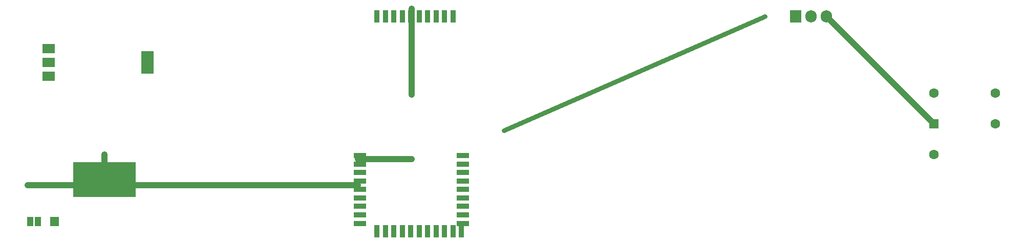
<source format=gtl>
G04 #@! TF.GenerationSoftware,KiCad,Pcbnew,7.0.9*
G04 #@! TF.CreationDate,2025-08-18T12:00:00-05:00*
G04 #@! TF.ProjectId,ESP32_IoT_Switch,4553503332-5F496F545F5377697463682E,rev?*
G04 #@! TF.SameCoordinates,Original*
G04 #@! TF.FileFunction,Copper,L1,Top*
G04 #@! TF.FilePolarity,Positive*
%FSLAX36Y36*%
G04 Gerber Fmt 3.6, Leading zero omitted, Abs format (unit mm)*
G04 Created by KiCad (PCBNEW 7.0.9) date 2025-08-18 12:00:00*
%MOMM*%
%LPD*%
G01*
G04 APERTURE LIST*
%ADD10R,2.000000X0.900000*%
%ADD11R,0.900000X2.000000*%
%ADD12R,1.020000X1.500000*%
%ADD13R,10.400000X5.840000*%
%ADD14R,2.000000X1.500000*%
%ADD15R,2.000000X3.800000*%
%ADD16R,1.905000X2.000000*%
%ADD17O,1.905000X2.000000*%
%ADD18R,1.600000X1.600000*%
%ADD19C,1.600000*%
%ADD20C,1.000000*%
%ADD21C,0.800000*%
%ADD22C,0.500000*%
G04 APERTURE END LIST*
G04 FOOTPRINT U1 START*
D10*
X118500000Y96340000D03*
X118500000Y94940000D03*
X118500000Y93540000D03*
X118500000Y92140000D03*
X118500000Y90740000D03*
X118500000Y89340000D03*
X118500000Y87940000D03*
X118500000Y86540000D03*
X118500000Y85140000D03*
D11*
X121285000Y83840000D03*
X122685000Y83840000D03*
X124085000Y83840000D03*
X125485000Y83840000D03*
X126885000Y83840000D03*
X128285000Y83840000D03*
X129685000Y83840000D03*
X131085000Y83840000D03*
X132485000Y83840000D03*
X133885000Y83840000D03*
X135285000Y83840000D03*
D10*
X135500000Y85140000D03*
X135500000Y86540000D03*
X135500000Y87940000D03*
X135500000Y89340000D03*
X135500000Y90740000D03*
X135500000Y92140000D03*
X135500000Y93540000D03*
X135500000Y94940000D03*
X135500000Y96340000D03*
D11*
X133885000Y119360000D03*
X132485000Y119360000D03*
X131085000Y119360000D03*
X129685000Y119360000D03*
X128285000Y119360000D03*
X126885000Y119360000D03*
X125485000Y119360000D03*
X124085000Y119360000D03*
X122685000Y119360000D03*
X121285000Y119360000D03*
G04 FOOTPRINT U1 END*
G04 FOOTPRINT U2 START*
D12*
X63960000Y85400000D03*
X65230000Y85400000D03*
X67770000Y85400000D03*
X68230000Y85400000D03*
D13*
X76200000Y92400000D03*
G04 FOOTPRINT U2 END*
G04 FOOTPRINT U3 START*
D14*
X67050000Y109460000D03*
X67050000Y111760000D03*
X67050000Y114060000D03*
D15*
X83350000Y111760000D03*
G04 FOOTPRINT U3 END*
G04 FOOTPRINT Q1 START*
D16*
X190500000Y119380000D03*
D17*
X193040000Y119380000D03*
X195580000Y119380000D03*
G04 FOOTPRINT Q1 END*
G04 FOOTPRINT K1 START*
D18*
X213360000Y101600000D03*
D19*
X213360000Y96520000D03*
X223520000Y101600000D03*
X213360000Y106680000D03*
X223520000Y106680000D03*
G04 FOOTPRINT K1 END*
G04 POWER TRACES*
D20*
X63500000Y91440000D02*
X88900000Y91440000D01*
X88900000Y91440000D02*
X118110000Y91440000D01*
X118110000Y95740000D02*
X127000000Y95740000D01*
X127000000Y120650000D02*
X127000000Y106420000D01*
X76200000Y96520000D02*
X76200000Y95250000D01*
G04 SIGNAL TRACES*
D21*
X142240000Y100540000D02*
X185420000Y119380000D01*
D20*
X195580000Y119380000D02*
X213360000Y101600000D01*
M02*
</source>
